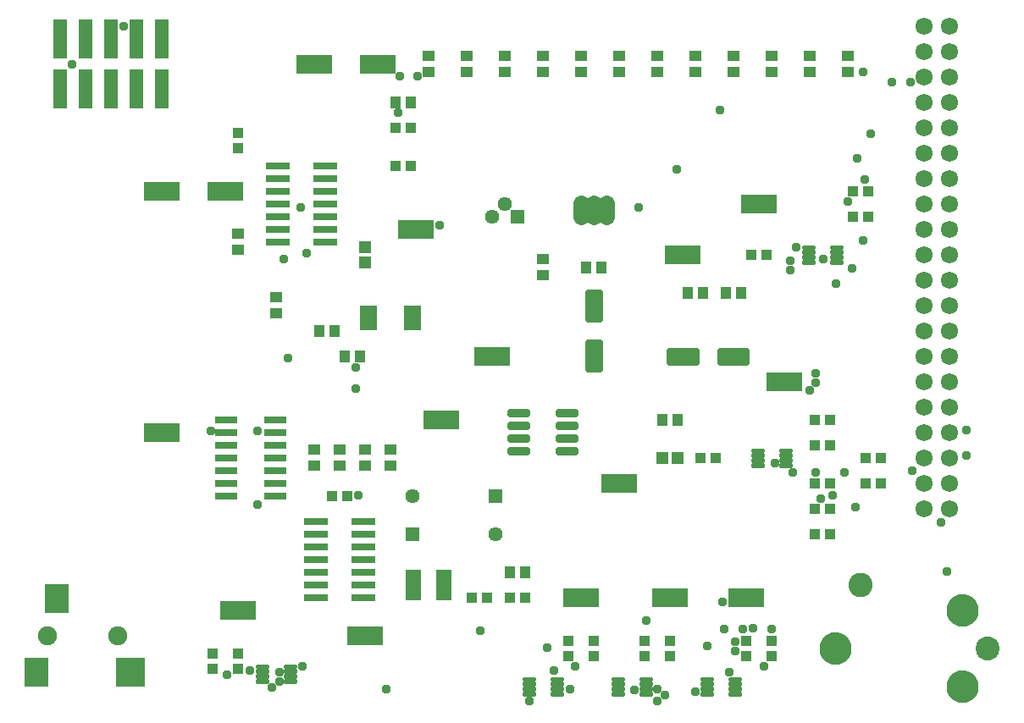
<source format=gbr>
G04 EAGLE Gerber RS-274X export*
G75*
%MOMM*%
%FSLAX34Y34*%
%LPD*%
%INSoldermask Top*%
%IPPOS*%
%AMOC8*
5,1,8,0,0,1.08239X$1,22.5*%
G01*
G04 Define Apertures*
%ADD10R,1.523200X3.013200*%
%ADD11R,1.123200X1.173200*%
%ADD12R,1.243200X1.173200*%
%ADD13C,0.606287*%
%ADD14R,1.093200X1.133200*%
%ADD15R,1.441200X1.441200*%
%ADD16C,1.441200*%
%ADD17R,1.073200X1.133200*%
%ADD18R,1.073200X1.183200*%
%ADD19R,1.013200X1.183200*%
%ADD20R,3.633200X1.983200*%
%ADD21C,0.535181*%
%ADD22R,2.387600X0.762000*%
%ADD23R,2.184400X0.762000*%
%ADD24R,1.063200X1.183200*%
%ADD25R,1.701800X0.533400*%
%ADD26R,1.223200X1.203200*%
%ADD27C,0.269722*%
%ADD28R,1.183200X1.013200*%
%ADD29R,1.133200X1.093200*%
%ADD30C,1.599000*%
%ADD31C,2.393200*%
%ADD32C,2.423200*%
%ADD33C,2.893200*%
%ADD34C,1.903200*%
%ADD35R,2.403200X3.003200*%
%ADD36R,3.003200X3.003200*%
%ADD37R,1.473200X3.883200*%
%ADD38C,1.591200*%
%ADD39R,1.183200X1.073200*%
%ADD40C,1.721969*%
%ADD41C,0.959600*%
D10*
X403680Y165100D03*
X434520Y165100D03*
D11*
X515750Y177800D03*
X500250Y177800D03*
D12*
X667800Y292100D03*
X653000Y292100D03*
D13*
X659965Y387815D02*
X687035Y387815D01*
X659965Y387815D02*
X659965Y399585D01*
X687035Y399585D01*
X687035Y387815D01*
X687035Y393575D02*
X659965Y393575D01*
X659965Y399335D02*
X687035Y399335D01*
X709965Y387815D02*
X737035Y387815D01*
X709965Y387815D02*
X709965Y399585D01*
X737035Y399585D01*
X737035Y387815D01*
X737035Y393575D02*
X709965Y393575D01*
X709965Y399335D02*
X737035Y399335D01*
D14*
X337900Y254000D03*
X322500Y254000D03*
D13*
X578315Y430565D02*
X578315Y457635D01*
X590085Y457635D01*
X590085Y430565D01*
X578315Y430565D01*
X578315Y436325D02*
X590085Y436325D01*
X590085Y442085D02*
X578315Y442085D01*
X578315Y447845D02*
X590085Y447845D01*
X590085Y453605D02*
X578315Y453605D01*
X578315Y407635D02*
X578315Y380565D01*
X578315Y407635D02*
X590085Y407635D01*
X590085Y380565D01*
X578315Y380565D01*
X578315Y386325D02*
X590085Y386325D01*
X590085Y392085D02*
X578315Y392085D01*
X578315Y397845D02*
X590085Y397845D01*
X590085Y403605D02*
X578315Y403605D01*
D15*
X403040Y215900D03*
D16*
X485960Y215900D03*
D15*
X485960Y254000D03*
D16*
X403040Y254000D03*
D17*
X706050Y292100D03*
X690950Y292100D03*
D18*
X668200Y330200D03*
X652600Y330200D03*
D17*
X515800Y152400D03*
X500200Y152400D03*
D19*
X693510Y457200D03*
X678090Y457200D03*
X731610Y457200D03*
X716190Y457200D03*
D17*
X462350Y152400D03*
X477450Y152400D03*
D20*
X431800Y330200D03*
X482600Y393700D03*
X609600Y266700D03*
X304800Y685800D03*
X355600Y114300D03*
D21*
X500460Y334910D02*
X517840Y334910D01*
X500460Y334910D02*
X500460Y338190D01*
X517840Y338190D01*
X517840Y334910D01*
X517840Y322210D02*
X500460Y322210D01*
X500460Y325490D01*
X517840Y325490D01*
X517840Y322210D01*
X517840Y309510D02*
X500460Y309510D01*
X500460Y312790D01*
X517840Y312790D01*
X517840Y309510D01*
X517840Y296810D02*
X500460Y296810D01*
X500460Y300090D01*
X517840Y300090D01*
X517840Y296810D01*
X548960Y296810D02*
X566340Y296810D01*
X548960Y296810D02*
X548960Y300090D01*
X566340Y300090D01*
X566340Y296810D01*
X566340Y309510D02*
X548960Y309510D01*
X548960Y312790D01*
X566340Y312790D01*
X566340Y309510D01*
X566340Y322210D02*
X548960Y322210D01*
X548960Y325490D01*
X566340Y325490D01*
X566340Y322210D01*
X566340Y334910D02*
X548960Y334910D01*
X548960Y338190D01*
X566340Y338190D01*
X566340Y334910D01*
D22*
X353822Y152400D03*
X353822Y165100D03*
X353822Y177800D03*
X353822Y190500D03*
X353822Y203200D03*
X353822Y215900D03*
X353822Y228600D03*
X306578Y228600D03*
X306578Y215900D03*
X306578Y203200D03*
X306578Y190500D03*
X306578Y177800D03*
X306578Y165100D03*
X306578Y152400D03*
D23*
X265938Y254000D03*
X265938Y266700D03*
X265938Y279400D03*
X265938Y292100D03*
X265938Y304800D03*
X265938Y317500D03*
X265938Y330200D03*
X216662Y330200D03*
X216662Y317500D03*
X216662Y304800D03*
X216662Y292100D03*
X216662Y279400D03*
X216662Y266700D03*
X216662Y254000D03*
D14*
X757000Y495300D03*
X741600Y495300D03*
D24*
X591850Y482600D03*
X576550Y482600D03*
D18*
X401500Y647700D03*
X385900Y647700D03*
D25*
X359156Y441706D03*
X359156Y436880D03*
X359156Y431800D03*
X359156Y426720D03*
X359156Y421894D03*
X402844Y421894D03*
X402844Y426720D03*
X402844Y431800D03*
X402844Y436880D03*
X402844Y441706D03*
D26*
X355600Y487710D03*
X355600Y502890D03*
D27*
X691882Y69982D02*
X702418Y69982D01*
X691882Y69982D02*
X691882Y72018D01*
X702418Y72018D01*
X702418Y69982D01*
X702418Y64982D02*
X691882Y64982D01*
X691882Y67018D01*
X702418Y67018D01*
X702418Y64982D01*
X702418Y59982D02*
X691882Y59982D01*
X691882Y62018D01*
X702418Y62018D01*
X702418Y59982D01*
X702418Y54982D02*
X691882Y54982D01*
X691882Y57018D01*
X702418Y57018D01*
X702418Y54982D01*
X719982Y54982D02*
X730518Y54982D01*
X719982Y54982D02*
X719982Y57018D01*
X730518Y57018D01*
X730518Y54982D01*
X730518Y59982D02*
X719982Y59982D01*
X719982Y62018D01*
X730518Y62018D01*
X730518Y59982D01*
X730518Y64982D02*
X719982Y64982D01*
X719982Y67018D01*
X730518Y67018D01*
X730518Y64982D01*
X730518Y69982D02*
X719982Y69982D01*
X719982Y72018D01*
X730518Y72018D01*
X730518Y69982D01*
X613518Y69982D02*
X602982Y69982D01*
X602982Y72018D01*
X613518Y72018D01*
X613518Y69982D01*
X613518Y64982D02*
X602982Y64982D01*
X602982Y67018D01*
X613518Y67018D01*
X613518Y64982D01*
X613518Y59982D02*
X602982Y59982D01*
X602982Y62018D01*
X613518Y62018D01*
X613518Y59982D01*
X613518Y54982D02*
X602982Y54982D01*
X602982Y57018D01*
X613518Y57018D01*
X613518Y54982D01*
X631082Y54982D02*
X641618Y54982D01*
X631082Y54982D02*
X631082Y57018D01*
X641618Y57018D01*
X641618Y54982D01*
X641618Y59982D02*
X631082Y59982D01*
X631082Y62018D01*
X641618Y62018D01*
X641618Y59982D01*
X641618Y64982D02*
X631082Y64982D01*
X631082Y67018D01*
X641618Y67018D01*
X641618Y64982D01*
X641618Y69982D02*
X631082Y69982D01*
X631082Y72018D01*
X641618Y72018D01*
X641618Y69982D01*
X524618Y69982D02*
X514082Y69982D01*
X514082Y72018D01*
X524618Y72018D01*
X524618Y69982D01*
X524618Y64982D02*
X514082Y64982D01*
X514082Y67018D01*
X524618Y67018D01*
X524618Y64982D01*
X524618Y59982D02*
X514082Y59982D01*
X514082Y62018D01*
X524618Y62018D01*
X524618Y59982D01*
X524618Y54982D02*
X514082Y54982D01*
X514082Y57018D01*
X524618Y57018D01*
X524618Y54982D01*
X542182Y54982D02*
X552718Y54982D01*
X542182Y54982D02*
X542182Y57018D01*
X552718Y57018D01*
X552718Y54982D01*
X552718Y59982D02*
X542182Y59982D01*
X542182Y62018D01*
X552718Y62018D01*
X552718Y59982D01*
X552718Y64982D02*
X542182Y64982D01*
X542182Y67018D01*
X552718Y67018D01*
X552718Y64982D01*
X552718Y69982D02*
X542182Y69982D01*
X542182Y72018D01*
X552718Y72018D01*
X552718Y69982D01*
X793482Y501782D02*
X804018Y501782D01*
X793482Y501782D02*
X793482Y503818D01*
X804018Y503818D01*
X804018Y501782D01*
X804018Y496782D02*
X793482Y496782D01*
X793482Y498818D01*
X804018Y498818D01*
X804018Y496782D01*
X804018Y491782D02*
X793482Y491782D01*
X793482Y493818D01*
X804018Y493818D01*
X804018Y491782D01*
X804018Y486782D02*
X793482Y486782D01*
X793482Y488818D01*
X804018Y488818D01*
X804018Y486782D01*
X821582Y486782D02*
X832118Y486782D01*
X821582Y486782D02*
X821582Y488818D01*
X832118Y488818D01*
X832118Y486782D01*
X832118Y491782D02*
X821582Y491782D01*
X821582Y493818D01*
X832118Y493818D01*
X832118Y491782D01*
X832118Y496782D02*
X821582Y496782D01*
X821582Y498818D01*
X832118Y498818D01*
X832118Y496782D01*
X832118Y501782D02*
X821582Y501782D01*
X821582Y503818D01*
X832118Y503818D01*
X832118Y501782D01*
X781318Y285618D02*
X770782Y285618D01*
X781318Y285618D02*
X781318Y283582D01*
X770782Y283582D01*
X770782Y285618D01*
X770782Y290618D02*
X781318Y290618D01*
X781318Y288582D01*
X770782Y288582D01*
X770782Y290618D01*
X770782Y295618D02*
X781318Y295618D01*
X781318Y293582D01*
X770782Y293582D01*
X770782Y295618D01*
X770782Y300618D02*
X781318Y300618D01*
X781318Y298582D01*
X770782Y298582D01*
X770782Y300618D01*
X753218Y300618D02*
X742682Y300618D01*
X753218Y300618D02*
X753218Y298582D01*
X742682Y298582D01*
X742682Y300618D01*
X742682Y295618D02*
X753218Y295618D01*
X753218Y293582D01*
X742682Y293582D01*
X742682Y295618D01*
X742682Y290618D02*
X753218Y290618D01*
X753218Y288582D01*
X742682Y288582D01*
X742682Y290618D01*
X742682Y285618D02*
X753218Y285618D01*
X753218Y283582D01*
X742682Y283582D01*
X742682Y285618D01*
X257918Y82682D02*
X247382Y82682D01*
X247382Y84718D01*
X257918Y84718D01*
X257918Y82682D01*
X257918Y77682D02*
X247382Y77682D01*
X247382Y79718D01*
X257918Y79718D01*
X257918Y77682D01*
X257918Y72682D02*
X247382Y72682D01*
X247382Y74718D01*
X257918Y74718D01*
X257918Y72682D01*
X257918Y67682D02*
X247382Y67682D01*
X247382Y69718D01*
X257918Y69718D01*
X257918Y67682D01*
X275482Y67682D02*
X286018Y67682D01*
X275482Y67682D02*
X275482Y69718D01*
X286018Y69718D01*
X286018Y67682D01*
X286018Y72682D02*
X275482Y72682D01*
X275482Y74718D01*
X286018Y74718D01*
X286018Y72682D01*
X286018Y77682D02*
X275482Y77682D01*
X275482Y79718D01*
X286018Y79718D01*
X286018Y77682D01*
X286018Y82682D02*
X275482Y82682D01*
X275482Y84718D01*
X286018Y84718D01*
X286018Y82682D01*
D22*
X268478Y584200D03*
X268478Y571500D03*
X268478Y558800D03*
X268478Y546100D03*
X268478Y533400D03*
X268478Y520700D03*
X268478Y508000D03*
X315722Y508000D03*
X315722Y520700D03*
X315722Y533400D03*
X315722Y546100D03*
X315722Y558800D03*
X315722Y571500D03*
X315722Y584200D03*
D28*
X355600Y284390D03*
X355600Y299810D03*
X381000Y284390D03*
X381000Y299810D03*
X330200Y284390D03*
X330200Y299810D03*
X304800Y284390D03*
X304800Y299810D03*
X228600Y515710D03*
X228600Y500290D03*
X266700Y436790D03*
X266700Y452210D03*
D19*
X350610Y393700D03*
X335190Y393700D03*
X309790Y419100D03*
X325210Y419100D03*
D29*
X584200Y93900D03*
X584200Y109300D03*
X558800Y93900D03*
X558800Y109300D03*
X228600Y96600D03*
X228600Y81200D03*
X203200Y96600D03*
X203200Y81200D03*
X660400Y93900D03*
X660400Y109300D03*
X635000Y93900D03*
X635000Y109300D03*
X736600Y93900D03*
X736600Y109300D03*
X762000Y93900D03*
X762000Y109300D03*
D14*
X820500Y304800D03*
X805100Y304800D03*
X820500Y330200D03*
X805100Y330200D03*
X858600Y533400D03*
X843200Y533400D03*
X858600Y558800D03*
X843200Y558800D03*
D20*
X673100Y495300D03*
X368300Y685800D03*
X152400Y558800D03*
X406400Y520700D03*
X215900Y558800D03*
X749300Y546100D03*
X774700Y368300D03*
X228600Y139700D03*
X736600Y152400D03*
X660400Y152400D03*
X571500Y152400D03*
X152400Y317500D03*
D30*
X944505Y139700D02*
X944507Y139896D01*
X944515Y140092D01*
X944527Y140288D01*
X944543Y140484D01*
X944565Y140679D01*
X944592Y140873D01*
X944623Y141067D01*
X944659Y141260D01*
X944699Y141452D01*
X944745Y141643D01*
X944795Y141832D01*
X944849Y142021D01*
X944909Y142208D01*
X944972Y142393D01*
X945041Y142577D01*
X945114Y142760D01*
X945191Y142940D01*
X945273Y143118D01*
X945359Y143295D01*
X945449Y143469D01*
X945544Y143641D01*
X945642Y143810D01*
X945745Y143977D01*
X945852Y144142D01*
X945963Y144304D01*
X946078Y144463D01*
X946197Y144619D01*
X946320Y144772D01*
X946446Y144922D01*
X946576Y145069D01*
X946710Y145213D01*
X946847Y145353D01*
X946987Y145490D01*
X947131Y145624D01*
X947278Y145754D01*
X947428Y145880D01*
X947581Y146003D01*
X947737Y146122D01*
X947896Y146237D01*
X948058Y146348D01*
X948223Y146455D01*
X948390Y146558D01*
X948559Y146656D01*
X948731Y146751D01*
X948905Y146841D01*
X949082Y146927D01*
X949260Y147009D01*
X949440Y147086D01*
X949623Y147159D01*
X949807Y147228D01*
X949992Y147291D01*
X950179Y147351D01*
X950368Y147405D01*
X950557Y147455D01*
X950748Y147501D01*
X950940Y147541D01*
X951133Y147577D01*
X951327Y147608D01*
X951521Y147635D01*
X951716Y147657D01*
X951912Y147673D01*
X952108Y147685D01*
X952304Y147693D01*
X952500Y147695D01*
X952696Y147693D01*
X952892Y147685D01*
X953088Y147673D01*
X953284Y147657D01*
X953479Y147635D01*
X953673Y147608D01*
X953867Y147577D01*
X954060Y147541D01*
X954252Y147501D01*
X954443Y147455D01*
X954632Y147405D01*
X954821Y147351D01*
X955008Y147291D01*
X955193Y147228D01*
X955377Y147159D01*
X955560Y147086D01*
X955740Y147009D01*
X955918Y146927D01*
X956095Y146841D01*
X956269Y146751D01*
X956441Y146656D01*
X956610Y146558D01*
X956777Y146455D01*
X956942Y146348D01*
X957104Y146237D01*
X957263Y146122D01*
X957419Y146003D01*
X957572Y145880D01*
X957722Y145754D01*
X957869Y145624D01*
X958013Y145490D01*
X958153Y145353D01*
X958290Y145213D01*
X958424Y145069D01*
X958554Y144922D01*
X958680Y144772D01*
X958803Y144619D01*
X958922Y144463D01*
X959037Y144304D01*
X959148Y144142D01*
X959255Y143977D01*
X959358Y143810D01*
X959456Y143641D01*
X959551Y143469D01*
X959641Y143295D01*
X959727Y143118D01*
X959809Y142940D01*
X959886Y142760D01*
X959959Y142577D01*
X960028Y142393D01*
X960091Y142208D01*
X960151Y142021D01*
X960205Y141832D01*
X960255Y141643D01*
X960301Y141452D01*
X960341Y141260D01*
X960377Y141067D01*
X960408Y140873D01*
X960435Y140679D01*
X960457Y140484D01*
X960473Y140288D01*
X960485Y140092D01*
X960493Y139896D01*
X960495Y139700D01*
X960493Y139504D01*
X960485Y139308D01*
X960473Y139112D01*
X960457Y138916D01*
X960435Y138721D01*
X960408Y138527D01*
X960377Y138333D01*
X960341Y138140D01*
X960301Y137948D01*
X960255Y137757D01*
X960205Y137568D01*
X960151Y137379D01*
X960091Y137192D01*
X960028Y137007D01*
X959959Y136823D01*
X959886Y136640D01*
X959809Y136460D01*
X959727Y136282D01*
X959641Y136105D01*
X959551Y135931D01*
X959456Y135759D01*
X959358Y135590D01*
X959255Y135423D01*
X959148Y135258D01*
X959037Y135096D01*
X958922Y134937D01*
X958803Y134781D01*
X958680Y134628D01*
X958554Y134478D01*
X958424Y134331D01*
X958290Y134187D01*
X958153Y134047D01*
X958013Y133910D01*
X957869Y133776D01*
X957722Y133646D01*
X957572Y133520D01*
X957419Y133397D01*
X957263Y133278D01*
X957104Y133163D01*
X956942Y133052D01*
X956777Y132945D01*
X956610Y132842D01*
X956441Y132744D01*
X956269Y132649D01*
X956095Y132559D01*
X955918Y132473D01*
X955740Y132391D01*
X955560Y132314D01*
X955377Y132241D01*
X955193Y132172D01*
X955008Y132109D01*
X954821Y132049D01*
X954632Y131995D01*
X954443Y131945D01*
X954252Y131899D01*
X954060Y131859D01*
X953867Y131823D01*
X953673Y131792D01*
X953479Y131765D01*
X953284Y131743D01*
X953088Y131727D01*
X952892Y131715D01*
X952696Y131707D01*
X952500Y131705D01*
X952304Y131707D01*
X952108Y131715D01*
X951912Y131727D01*
X951716Y131743D01*
X951521Y131765D01*
X951327Y131792D01*
X951133Y131823D01*
X950940Y131859D01*
X950748Y131899D01*
X950557Y131945D01*
X950368Y131995D01*
X950179Y132049D01*
X949992Y132109D01*
X949807Y132172D01*
X949623Y132241D01*
X949440Y132314D01*
X949260Y132391D01*
X949082Y132473D01*
X948905Y132559D01*
X948731Y132649D01*
X948559Y132744D01*
X948390Y132842D01*
X948223Y132945D01*
X948058Y133052D01*
X947896Y133163D01*
X947737Y133278D01*
X947581Y133397D01*
X947428Y133520D01*
X947278Y133646D01*
X947131Y133776D01*
X946987Y133910D01*
X946847Y134047D01*
X946710Y134187D01*
X946576Y134331D01*
X946446Y134478D01*
X946320Y134628D01*
X946197Y134781D01*
X946078Y134937D01*
X945963Y135096D01*
X945852Y135258D01*
X945745Y135423D01*
X945642Y135590D01*
X945544Y135759D01*
X945449Y135931D01*
X945359Y136105D01*
X945273Y136282D01*
X945191Y136460D01*
X945114Y136640D01*
X945041Y136823D01*
X944972Y137007D01*
X944909Y137192D01*
X944849Y137379D01*
X944795Y137568D01*
X944745Y137757D01*
X944699Y137948D01*
X944659Y138140D01*
X944623Y138333D01*
X944592Y138527D01*
X944565Y138721D01*
X944543Y138916D01*
X944527Y139112D01*
X944515Y139308D01*
X944507Y139504D01*
X944505Y139700D01*
X944505Y63500D02*
X944507Y63696D01*
X944515Y63892D01*
X944527Y64088D01*
X944543Y64284D01*
X944565Y64479D01*
X944592Y64673D01*
X944623Y64867D01*
X944659Y65060D01*
X944699Y65252D01*
X944745Y65443D01*
X944795Y65632D01*
X944849Y65821D01*
X944909Y66008D01*
X944972Y66193D01*
X945041Y66377D01*
X945114Y66560D01*
X945191Y66740D01*
X945273Y66918D01*
X945359Y67095D01*
X945449Y67269D01*
X945544Y67441D01*
X945642Y67610D01*
X945745Y67777D01*
X945852Y67942D01*
X945963Y68104D01*
X946078Y68263D01*
X946197Y68419D01*
X946320Y68572D01*
X946446Y68722D01*
X946576Y68869D01*
X946710Y69013D01*
X946847Y69153D01*
X946987Y69290D01*
X947131Y69424D01*
X947278Y69554D01*
X947428Y69680D01*
X947581Y69803D01*
X947737Y69922D01*
X947896Y70037D01*
X948058Y70148D01*
X948223Y70255D01*
X948390Y70358D01*
X948559Y70456D01*
X948731Y70551D01*
X948905Y70641D01*
X949082Y70727D01*
X949260Y70809D01*
X949440Y70886D01*
X949623Y70959D01*
X949807Y71028D01*
X949992Y71091D01*
X950179Y71151D01*
X950368Y71205D01*
X950557Y71255D01*
X950748Y71301D01*
X950940Y71341D01*
X951133Y71377D01*
X951327Y71408D01*
X951521Y71435D01*
X951716Y71457D01*
X951912Y71473D01*
X952108Y71485D01*
X952304Y71493D01*
X952500Y71495D01*
X952696Y71493D01*
X952892Y71485D01*
X953088Y71473D01*
X953284Y71457D01*
X953479Y71435D01*
X953673Y71408D01*
X953867Y71377D01*
X954060Y71341D01*
X954252Y71301D01*
X954443Y71255D01*
X954632Y71205D01*
X954821Y71151D01*
X955008Y71091D01*
X955193Y71028D01*
X955377Y70959D01*
X955560Y70886D01*
X955740Y70809D01*
X955918Y70727D01*
X956095Y70641D01*
X956269Y70551D01*
X956441Y70456D01*
X956610Y70358D01*
X956777Y70255D01*
X956942Y70148D01*
X957104Y70037D01*
X957263Y69922D01*
X957419Y69803D01*
X957572Y69680D01*
X957722Y69554D01*
X957869Y69424D01*
X958013Y69290D01*
X958153Y69153D01*
X958290Y69013D01*
X958424Y68869D01*
X958554Y68722D01*
X958680Y68572D01*
X958803Y68419D01*
X958922Y68263D01*
X959037Y68104D01*
X959148Y67942D01*
X959255Y67777D01*
X959358Y67610D01*
X959456Y67441D01*
X959551Y67269D01*
X959641Y67095D01*
X959727Y66918D01*
X959809Y66740D01*
X959886Y66560D01*
X959959Y66377D01*
X960028Y66193D01*
X960091Y66008D01*
X960151Y65821D01*
X960205Y65632D01*
X960255Y65443D01*
X960301Y65252D01*
X960341Y65060D01*
X960377Y64867D01*
X960408Y64673D01*
X960435Y64479D01*
X960457Y64284D01*
X960473Y64088D01*
X960485Y63892D01*
X960493Y63696D01*
X960495Y63500D01*
X960493Y63304D01*
X960485Y63108D01*
X960473Y62912D01*
X960457Y62716D01*
X960435Y62521D01*
X960408Y62327D01*
X960377Y62133D01*
X960341Y61940D01*
X960301Y61748D01*
X960255Y61557D01*
X960205Y61368D01*
X960151Y61179D01*
X960091Y60992D01*
X960028Y60807D01*
X959959Y60623D01*
X959886Y60440D01*
X959809Y60260D01*
X959727Y60082D01*
X959641Y59905D01*
X959551Y59731D01*
X959456Y59559D01*
X959358Y59390D01*
X959255Y59223D01*
X959148Y59058D01*
X959037Y58896D01*
X958922Y58737D01*
X958803Y58581D01*
X958680Y58428D01*
X958554Y58278D01*
X958424Y58131D01*
X958290Y57987D01*
X958153Y57847D01*
X958013Y57710D01*
X957869Y57576D01*
X957722Y57446D01*
X957572Y57320D01*
X957419Y57197D01*
X957263Y57078D01*
X957104Y56963D01*
X956942Y56852D01*
X956777Y56745D01*
X956610Y56642D01*
X956441Y56544D01*
X956269Y56449D01*
X956095Y56359D01*
X955918Y56273D01*
X955740Y56191D01*
X955560Y56114D01*
X955377Y56041D01*
X955193Y55972D01*
X955008Y55909D01*
X954821Y55849D01*
X954632Y55795D01*
X954443Y55745D01*
X954252Y55699D01*
X954060Y55659D01*
X953867Y55623D01*
X953673Y55592D01*
X953479Y55565D01*
X953284Y55543D01*
X953088Y55527D01*
X952892Y55515D01*
X952696Y55507D01*
X952500Y55505D01*
X952304Y55507D01*
X952108Y55515D01*
X951912Y55527D01*
X951716Y55543D01*
X951521Y55565D01*
X951327Y55592D01*
X951133Y55623D01*
X950940Y55659D01*
X950748Y55699D01*
X950557Y55745D01*
X950368Y55795D01*
X950179Y55849D01*
X949992Y55909D01*
X949807Y55972D01*
X949623Y56041D01*
X949440Y56114D01*
X949260Y56191D01*
X949082Y56273D01*
X948905Y56359D01*
X948731Y56449D01*
X948559Y56544D01*
X948390Y56642D01*
X948223Y56745D01*
X948058Y56852D01*
X947896Y56963D01*
X947737Y57078D01*
X947581Y57197D01*
X947428Y57320D01*
X947278Y57446D01*
X947131Y57576D01*
X946987Y57710D01*
X946847Y57847D01*
X946710Y57987D01*
X946576Y58131D01*
X946446Y58278D01*
X946320Y58428D01*
X946197Y58581D01*
X946078Y58737D01*
X945963Y58896D01*
X945852Y59058D01*
X945745Y59223D01*
X945642Y59390D01*
X945544Y59559D01*
X945449Y59731D01*
X945359Y59905D01*
X945273Y60082D01*
X945191Y60260D01*
X945114Y60440D01*
X945041Y60623D01*
X944972Y60807D01*
X944909Y60992D01*
X944849Y61179D01*
X944795Y61368D01*
X944745Y61557D01*
X944699Y61748D01*
X944659Y61940D01*
X944623Y62133D01*
X944592Y62327D01*
X944565Y62521D01*
X944543Y62716D01*
X944527Y62912D01*
X944515Y63108D01*
X944507Y63304D01*
X944505Y63500D01*
X817505Y101600D02*
X817507Y101796D01*
X817515Y101992D01*
X817527Y102188D01*
X817543Y102384D01*
X817565Y102579D01*
X817592Y102773D01*
X817623Y102967D01*
X817659Y103160D01*
X817699Y103352D01*
X817745Y103543D01*
X817795Y103732D01*
X817849Y103921D01*
X817909Y104108D01*
X817972Y104293D01*
X818041Y104477D01*
X818114Y104660D01*
X818191Y104840D01*
X818273Y105018D01*
X818359Y105195D01*
X818449Y105369D01*
X818544Y105541D01*
X818642Y105710D01*
X818745Y105877D01*
X818852Y106042D01*
X818963Y106204D01*
X819078Y106363D01*
X819197Y106519D01*
X819320Y106672D01*
X819446Y106822D01*
X819576Y106969D01*
X819710Y107113D01*
X819847Y107253D01*
X819987Y107390D01*
X820131Y107524D01*
X820278Y107654D01*
X820428Y107780D01*
X820581Y107903D01*
X820737Y108022D01*
X820896Y108137D01*
X821058Y108248D01*
X821223Y108355D01*
X821390Y108458D01*
X821559Y108556D01*
X821731Y108651D01*
X821905Y108741D01*
X822082Y108827D01*
X822260Y108909D01*
X822440Y108986D01*
X822623Y109059D01*
X822807Y109128D01*
X822992Y109191D01*
X823179Y109251D01*
X823368Y109305D01*
X823557Y109355D01*
X823748Y109401D01*
X823940Y109441D01*
X824133Y109477D01*
X824327Y109508D01*
X824521Y109535D01*
X824716Y109557D01*
X824912Y109573D01*
X825108Y109585D01*
X825304Y109593D01*
X825500Y109595D01*
X825696Y109593D01*
X825892Y109585D01*
X826088Y109573D01*
X826284Y109557D01*
X826479Y109535D01*
X826673Y109508D01*
X826867Y109477D01*
X827060Y109441D01*
X827252Y109401D01*
X827443Y109355D01*
X827632Y109305D01*
X827821Y109251D01*
X828008Y109191D01*
X828193Y109128D01*
X828377Y109059D01*
X828560Y108986D01*
X828740Y108909D01*
X828918Y108827D01*
X829095Y108741D01*
X829269Y108651D01*
X829441Y108556D01*
X829610Y108458D01*
X829777Y108355D01*
X829942Y108248D01*
X830104Y108137D01*
X830263Y108022D01*
X830419Y107903D01*
X830572Y107780D01*
X830722Y107654D01*
X830869Y107524D01*
X831013Y107390D01*
X831153Y107253D01*
X831290Y107113D01*
X831424Y106969D01*
X831554Y106822D01*
X831680Y106672D01*
X831803Y106519D01*
X831922Y106363D01*
X832037Y106204D01*
X832148Y106042D01*
X832255Y105877D01*
X832358Y105710D01*
X832456Y105541D01*
X832551Y105369D01*
X832641Y105195D01*
X832727Y105018D01*
X832809Y104840D01*
X832886Y104660D01*
X832959Y104477D01*
X833028Y104293D01*
X833091Y104108D01*
X833151Y103921D01*
X833205Y103732D01*
X833255Y103543D01*
X833301Y103352D01*
X833341Y103160D01*
X833377Y102967D01*
X833408Y102773D01*
X833435Y102579D01*
X833457Y102384D01*
X833473Y102188D01*
X833485Y101992D01*
X833493Y101796D01*
X833495Y101600D01*
X833493Y101404D01*
X833485Y101208D01*
X833473Y101012D01*
X833457Y100816D01*
X833435Y100621D01*
X833408Y100427D01*
X833377Y100233D01*
X833341Y100040D01*
X833301Y99848D01*
X833255Y99657D01*
X833205Y99468D01*
X833151Y99279D01*
X833091Y99092D01*
X833028Y98907D01*
X832959Y98723D01*
X832886Y98540D01*
X832809Y98360D01*
X832727Y98182D01*
X832641Y98005D01*
X832551Y97831D01*
X832456Y97659D01*
X832358Y97490D01*
X832255Y97323D01*
X832148Y97158D01*
X832037Y96996D01*
X831922Y96837D01*
X831803Y96681D01*
X831680Y96528D01*
X831554Y96378D01*
X831424Y96231D01*
X831290Y96087D01*
X831153Y95947D01*
X831013Y95810D01*
X830869Y95676D01*
X830722Y95546D01*
X830572Y95420D01*
X830419Y95297D01*
X830263Y95178D01*
X830104Y95063D01*
X829942Y94952D01*
X829777Y94845D01*
X829610Y94742D01*
X829441Y94644D01*
X829269Y94549D01*
X829095Y94459D01*
X828918Y94373D01*
X828740Y94291D01*
X828560Y94214D01*
X828377Y94141D01*
X828193Y94072D01*
X828008Y94009D01*
X827821Y93949D01*
X827632Y93895D01*
X827443Y93845D01*
X827252Y93799D01*
X827060Y93759D01*
X826867Y93723D01*
X826673Y93692D01*
X826479Y93665D01*
X826284Y93643D01*
X826088Y93627D01*
X825892Y93615D01*
X825696Y93607D01*
X825500Y93605D01*
X825304Y93607D01*
X825108Y93615D01*
X824912Y93627D01*
X824716Y93643D01*
X824521Y93665D01*
X824327Y93692D01*
X824133Y93723D01*
X823940Y93759D01*
X823748Y93799D01*
X823557Y93845D01*
X823368Y93895D01*
X823179Y93949D01*
X822992Y94009D01*
X822807Y94072D01*
X822623Y94141D01*
X822440Y94214D01*
X822260Y94291D01*
X822082Y94373D01*
X821905Y94459D01*
X821731Y94549D01*
X821559Y94644D01*
X821390Y94742D01*
X821223Y94845D01*
X821058Y94952D01*
X820896Y95063D01*
X820737Y95178D01*
X820581Y95297D01*
X820428Y95420D01*
X820278Y95546D01*
X820131Y95676D01*
X819987Y95810D01*
X819847Y95947D01*
X819710Y96087D01*
X819576Y96231D01*
X819446Y96378D01*
X819320Y96528D01*
X819197Y96681D01*
X819078Y96837D01*
X818963Y96996D01*
X818852Y97158D01*
X818745Y97323D01*
X818642Y97490D01*
X818544Y97659D01*
X818449Y97831D01*
X818359Y98005D01*
X818273Y98182D01*
X818191Y98360D01*
X818114Y98540D01*
X818041Y98723D01*
X817972Y98907D01*
X817909Y99092D01*
X817849Y99279D01*
X817795Y99468D01*
X817745Y99657D01*
X817699Y99848D01*
X817659Y100040D01*
X817623Y100233D01*
X817592Y100427D01*
X817565Y100621D01*
X817543Y100816D01*
X817527Y101012D01*
X817515Y101208D01*
X817507Y101404D01*
X817505Y101600D01*
D31*
X977900Y101600D03*
D32*
X850900Y165100D03*
D33*
X825500Y101600D03*
X952500Y139700D03*
X952500Y63500D03*
D28*
X838200Y678090D03*
X838200Y693510D03*
X800100Y678090D03*
X800100Y693510D03*
X762000Y678090D03*
X762000Y693510D03*
X723900Y678090D03*
X723900Y693510D03*
X685800Y678090D03*
X685800Y693510D03*
X647700Y678090D03*
X647700Y693510D03*
X609600Y678090D03*
X609600Y693510D03*
X571500Y678090D03*
X571500Y693510D03*
X533400Y678090D03*
X533400Y693510D03*
X495300Y678090D03*
X495300Y693510D03*
X457200Y678090D03*
X457200Y693510D03*
X419100Y678090D03*
X419100Y693510D03*
D34*
X38100Y114300D03*
D35*
X47100Y151300D03*
X27100Y77300D03*
D36*
X121100Y77300D03*
D34*
X108100Y114300D03*
D37*
X152400Y710550D03*
X152400Y661050D03*
X127000Y710550D03*
X127000Y661050D03*
X101600Y710550D03*
X101600Y661050D03*
X76200Y710550D03*
X76200Y661050D03*
X50800Y710550D03*
X50800Y661050D03*
D17*
X401500Y584200D03*
X385900Y584200D03*
X385900Y622300D03*
X401500Y622300D03*
D15*
X508000Y533400D03*
D16*
X495300Y546100D03*
X482600Y533400D03*
D29*
X228600Y617300D03*
X228600Y601900D03*
D38*
X571500Y546640D02*
X571500Y532760D01*
X584200Y532760D02*
X584200Y546640D01*
X596900Y546640D02*
X596900Y532760D01*
D17*
X805000Y241300D03*
X820600Y241300D03*
X805000Y215900D03*
X820600Y215900D03*
X805000Y266700D03*
X820600Y266700D03*
X855800Y292100D03*
X871400Y292100D03*
X855800Y266700D03*
X871400Y266700D03*
D39*
X533400Y474800D03*
X533400Y490400D03*
D40*
X939800Y723900D03*
X914400Y723900D03*
X939800Y698500D03*
X914400Y698500D03*
X939800Y673100D03*
X914400Y673100D03*
X939800Y647700D03*
X914400Y647700D03*
X939800Y622300D03*
X914400Y622300D03*
X939800Y596900D03*
X914400Y596900D03*
X939800Y571500D03*
X914400Y571500D03*
X939800Y546100D03*
X914400Y546100D03*
X939800Y520700D03*
X914400Y520700D03*
X939800Y495300D03*
X914400Y495300D03*
X939800Y469900D03*
X914400Y469900D03*
X939800Y444500D03*
X914400Y444500D03*
X939800Y419100D03*
X914400Y419100D03*
X939800Y393700D03*
X914400Y393700D03*
X939800Y368300D03*
X914400Y368300D03*
X939800Y342900D03*
X914400Y342900D03*
X939800Y317500D03*
X914400Y317500D03*
X939800Y292100D03*
X914400Y292100D03*
X939800Y266700D03*
X914400Y266700D03*
X939800Y241300D03*
X914400Y241300D03*
D41*
X348996Y254508D03*
X519684Y48768D03*
X544068Y79248D03*
X685800Y57912D03*
X647700Y48768D03*
X429768Y524256D03*
X861060Y615696D03*
X754380Y83820D03*
X240792Y79248D03*
X713232Y147828D03*
X743712Y121920D03*
X780288Y489204D03*
X822960Y254508D03*
X725424Y108204D03*
X697992Y103632D03*
X291084Y542544D03*
X470916Y118872D03*
X847344Y591312D03*
X647700Y60960D03*
X937260Y178308D03*
X838200Y548640D03*
X842772Y481584D03*
X655320Y54864D03*
X217932Y74676D03*
X637032Y129540D03*
X624840Y59436D03*
X780288Y480060D03*
X765048Y286512D03*
X853440Y509016D03*
X560832Y60960D03*
X537972Y102108D03*
X710184Y640080D03*
X667512Y580644D03*
X813816Y490728D03*
X806196Y376428D03*
X629412Y542544D03*
X806196Y367284D03*
X262128Y62484D03*
X390144Y673608D03*
X269748Y68580D03*
X408432Y673608D03*
X806196Y277368D03*
X835152Y277368D03*
X931164Y227076D03*
X269748Y77724D03*
X376428Y60960D03*
X810768Y251460D03*
X725424Y99060D03*
X783336Y277368D03*
X786384Y502920D03*
X845820Y242316D03*
X854964Y569976D03*
X853440Y678180D03*
X201168Y318516D03*
X248412Y318516D03*
X733044Y120396D03*
X762000Y120396D03*
X714756Y120396D03*
X565404Y83820D03*
X292608Y83820D03*
X719328Y77724D03*
X248412Y245364D03*
X800100Y359664D03*
X345948Y382524D03*
X345948Y361188D03*
X297180Y496824D03*
X882396Y667512D03*
X274320Y490728D03*
X278892Y391668D03*
X957072Y320040D03*
X900684Y667512D03*
X902208Y278892D03*
X826008Y466344D03*
X388620Y637032D03*
X957072Y294132D03*
X114300Y723900D03*
X62484Y685800D03*
M02*

</source>
